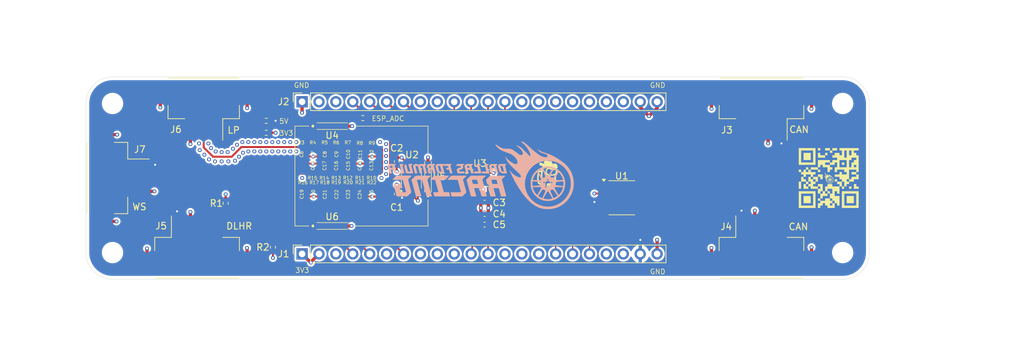
<source format=kicad_pcb>
(kicad_pcb (version 20240108) (generator "pcbnew") (generator_version "8.0")
  (title_block (title "SSS PCB") (date "2024-10-24") (rev "1.0") (company "Dallas Formula Racing") (comment 1 "By: Will Everson"))
  (layers (0 "F.Cu" signal) (1 "In1.Cu" signal) (2 "In2.Cu" signal) (31 "B.Cu" power) (34 "B.Paste" user) (35 "F.Paste" user) (36 "B.SilkS" user "B.Silkscreen") (37 "F.SilkS" user "F.Silkscreen") (38 "B.Mask" user) (39 "F.Mask" user) (44 "Edge.Cuts" user))
  (net 0 "")
  (net 1 "GND")
  (net 2 "CAN_TX")
  (net 4 "Net-(C6-Pad2)")
  (net 6 "+5V")
  (net 9 "CAN_S")
  (net 11 "+3.3V")
  (net 16 "CAN_RX")
  (net 18 "I2C_SDA")
  (net 19 "I2C_SCL")
  (net 20 "A_MISO")
  (net 21 "A_CS")
  (net 22 "IMU_SCL")
  (net 27 "IMU_INT2")
  (net 29 "CAN+")
  (net 30 "CAN-")
  (net 32 "IMU_INT1")
  (net 33 "IMU_MISO")
  (net 34 "IMU_CS")
  (net 35 "IMU_MOSI")
  (net 44 "Net-(C7-Pad2)")
  (net 45 "Net-(C8-Pad2)")
  (net 46 "Net-(C9-Pad2)")
  (net 47 "Net-(C10-Pad2)")
  (net 48 "Net-(C11-Pad2)")
  (net 49 "Net-(C12-Pad2)")
  (net 50 "Net-(C13-Pad2)")
  (net 51 "Net-(C14-Pad2)")
  (net 52 "Net-(C15-Pad2)")
  (net 53 "Net-(C16-Pad2)")
  (net 54 "Net-(C17-Pad2)")
  (net 55 "Net-(C18-Pad2)")
  (net 56 "Net-(C19-Pad2)")
  (net 57 "Net-(C20-Pad2)")
  (net 58 "Net-(C21-Pad2)")
  (net 59 "Net-(C22-Pad2)")
  (net 60 "Net-(C23-Pad2)")
  (net 61 "Net-(C24-Pad2)")
  (net 62 "AA_out")
  (net 63 "/WS_IN")
  (net 64 "A_In")
  (net 65 "unconnected-(J2-Pin_8-Pad8)")
  (net 66 "Net-(J2-Pin_4)")
  (net 67 "IMU_SCK")
  (net 68 "A_SCK")
  (net 69 "Net-(J6-Pin_1)")
  (footprint "Capacitor_SMD:C_0201_0603Metric" (layer "F.Cu") (at 72.325 62.445 90)
    (property "Reference" "C20")
    (property "Value" "10nF")
  )
  (footprint "Capacitor_SMD:C_0201_0603Metric" (layer "F.Cu") (at 78.48 61.265 180)
    (property "Reference" "R21")
    (property "Value" "1k")
  )
  (footprint "Resistor_SMD:R_0402_1005Metric_Pad0.72x0.64mm_HandSolder" (layer "F.Cu") (at 58.3 63.8 -90)
    (property "Reference" "R1")
    (property "Value" "10k")
  )
  (footprint "Capacitor_SMD:C_0201_0603Metric" (layer "F.Cu") (at 72.3 58.145 -90)
    (property "Reference" "C17")
    (property "Value" "10nF")
  )
  (footprint "LOGO" (layer "F.Cu") (at 106.8 58.1)
    (property "Reference" "G***" (hide yes))
    (property "Value" "LOGO" (hide yes))
  )
  (footprint "Capacitor_SMD:C_0201_0603Metric" (layer "F.Cu") (at 80.195 59.365)
    (property "Reference" "R10")
    (property "Value" "1k")
  )
  (footprint "LOGO" (layer "F.Cu") (at 106.6 59.9)
    (property "Reference" "G***" (hide yes))
    (property "Value" "LOGO" (hide yes))
  )
  (footprint "Capacitor_SMD:C_0201_0603Metric" (layer "F.Cu") (at 70.55 58.145 -90)
    (property "Reference" "C18")
    (property "Value" "10nF")
  )
  (footprint "Capacitor_SMD:C_0201_0603Metric" (layer "F.Cu") (at 78.45 55.365 180)
    (property "Reference" "R8")
    (property "Value" "1k")
  )
  (footprint "Resistor_SMD:R_0402_1005Metric_Pad0.72x0.64mm_HandSolder" (layer "F.Cu") (at 64.4 51.4 180)
    (property "Reference" "R24" (hide yes))
    (property "Value" "0")
  )
  (footprint "Connector_Hirose:Hirose_DF3EA-04P-2H_1x04-1MP_P2.00mm_Horizontal" (layer "F.Cu") (at 138.8 70.075)
    (property "Reference" "J4")
    (property "Value" "I2C")
  )
  (footprint "MountingHole:MountingHole_2.7mm_M2.5" (layer "F.Cu") (at 41.3 71.2)
    (property "Reference" "H2" (hide yes))
    (property "Value" "MountingHole")
  )
  (footprint "Capacitor_SMD:C_0402_1005Metric_Pad0.74x0.62mm_HandSolder" (layer "F.Cu") (at 97.2 65.4)
    (property "Reference" "C4")
    (property "Value" "0.1μF")
  )
  (footprint "Capacitor_SMD:C_0201_0603Metric" (layer "F.Cu") (at 74.05 62.465 90)
    (property "Reference" "C21")
    (property "Value" "10nF")
  )
  (footprint "Capacitor_SMD:C_0201_0603Metric" (layer "F.Cu") (at 75.8 56.445 90)
    (property "Reference" "C9")
    (property "Value" "10nF")
  )
  (footprint "Capacitor_SMD:C_0201_0603Metric" (layer "F.Cu") (at 77.55 62.465 90)
    (property "Reference" "C23")
    (property "Value" "10nF")
  )
  (footprint "Capacitor_SMD:C_0201_0603Metric" (layer "F.Cu") (at 79.35 56.465 90)
    (property "Reference" "C11")
    (property "Value" "10nF")
  )
  (footprint "Capacitor_SMD:C_0201_0603Metric" (layer "F.Cu") (at 75.845 58.165 -90)
    (property "Reference" "C15")
    (property "Value" "10nF")
  )
  (footprint "Capacitor_SMD:C_0201_0603Metric" (layer "F.Cu") (at 76.65 55.345 180)
    (property "Reference" "R7")
    (property "Value" "1k")
  )
  (footprint "Capacitor_SMD:C_0201_0603Metric" (layer "F.Cu") (at 77.55 56.445 90)
    (property "Reference" "C10")
    (property "Value" "10nF")
  )
  (footprint "Package_SO:SOIC-8_3.9x4.9mm_P1.27mm" (layer "F.Cu") (at 117.81 62.965)
    (property "Reference" "U1")
    (property "Value" "TJA1051T")
  )
  (footprint "Capacitor_SMD:C_0201_0603Metric" (layer "F.Cu") (at 74.9 55.345 180)
    (property "Reference" "R6")
    (property "Value" "1k")
  )
  (footprint "S1001-46R:S100146R" (layer "F.Cu") (at 74.3 52.2)
    (property "Reference" "U4")
    (property "Value" "S1001-46R" (hide yes))
  )
  (footprint "Capacitor_SMD:C_0201_0603Metric" (layer "F.Cu") (at 74.05 56.445 90)
    (property "Reference" "C8")
    (property "Value" "10nF")
  )
  (footprint "Capacitor_SMD:C_0201_0603Metric" (layer "F.Cu") (at 70.55 56.445 90)
    (property "Reference" "C6")
    (property "Value" "10nF")
  )
  (footprint "Capacitor_SMD:C_0201_0603Metric" (layer "F.Cu") (at 74.05 58.145 -90)
    (property "Reference" "C16")
    (property "Value" "10nF")
  )
  (footprint "Capacitor_SMD:C_0201_0603Metric" (layer "F.Cu") (at 79.345 58.175 -90)
    (property "Reference" "C13")
    (property "Value" "10nF")
  )
  (footprint "S1001-46R:S100146R" (layer "F.Cu") (at 74.3 67.2)
    (property "Reference" "U6")
    (property "Value" "S1001-46R" (hide yes))
  )
  (footprint "Resistor_SMD:R_0402_1005Metric_Pad0.72x0.64mm_HandSolder" (layer "F.Cu") (at 64.4 53.2 180)
    (property "Reference" "R23" (hide yes))
    (property "Value" "0")
  )
  (footprint "Capacitor_SMD:C_0201_0603Metric" (layer "F.Cu") (at 74.905 61.265 180)
    (property "Reference" "R19")
    (property "Value" "1k")
  )
  (footprint "Capacitor_SMD:C_0201_0603Metric" (layer "F.Cu") (at 73.15 59.345)
    (property "Reference" "R14")
    (property "Value" "1k")
  )
  (footprint "Connector_Hirose:Hirose_DF3EA-04P-2H_1x04-1MP_P2.00mm_Horizontal" (layer "F.Cu") (at 138.8 49.925 180)
    (property "Reference" "J3")
    (property "Value" "I2C")
  )
  (footprint "Capacitor_SMD:C_0201_0603Metric" (layer "F.Cu") (at 76.705 61.265 180)
    (property "Reference" "R20")
    (property "Value" "1k")
  )
  (footprint "ADS8320EB_250:DGK0008A_L" (layer "F.Cu") (at 86.2 60 90)
    (property "Reference" "U2" (hide yes))
    (property "Value" "ADS8320EB_250")
  )
  (footprint "Capacitor_SMD:C_0402_1005Metric_Pad0.74x0.62mm_HandSolder" (layer "F.Cu") (at 84 62.4 90)
    (property "Reference" "C1")
    (property "Value" "10μF")
  )
  (footprint "Capacitor_SMD:C_0201_0603Metric" (layer "F.Cu") (at 80.25 61.265 180)
    (property "Reference" "R22")
    (property "Value" "1k")
  )
  (footprint "Capacitor_SMD:C_0201_0603Metric" (layer "F.Cu") (at 80.25 55.365 180)
    (property "Reference" "R9")
    (property "Value" "1k")
  )
  (footprint "Capacitor_SMD:C_0201_0603Metric" (layer "F.Cu") (at 79.3 62.475 90)
    (property "Reference" "C24")
    (property "Value" "10nF")
  )
  (footprint "Connector_Hirose:Hirose_DF3EA-04P-2H_1x04-1MP_P2.00mm_Horizontal" (layer "F.Cu") (at 54 70.075)
    (property "Reference" "J5")
    (property "Value" "I2C")
  )
  (footprint "Connector_Hirose:Hirose_DF3EA-03P-2H_1x03-1MP_P2.00mm_Horizontal" (layer "F.Cu") (at 42.425 60 -90)
    (property "Reference" "J7")
    (property "Value" "WS")
  )
  (footprint "MountingHole:MountingHole_2.7mm_M2.5" (layer "F.Cu") (at 41.3 48.8)
    (property "Reference" "H3" (hide yes))
    (property "Value" "MountingHole")
  )
  (footprint "Capacitor_SMD:C_0201_0603Metric" (layer "F.Cu") (at 74.95 59.345)
    (property "Reference" "R13")
    (property "Value" "1k")
  )
  (footprint "Capacitor_SMD:C_0201_0603Metric" (layer "F.Cu") (at 73.17 55.345 180)
    (property "Reference" "R5")
    (property "Value" "1k")
  )
  (footprint "Capacitor_SMD:C_0201_0603Metric" (layer "F.Cu") (at 72.3 56.445 90)
    (property "Reference" "C7")
    (property "Value" "10nF")
  )
  (footprint "Capacitor_SMD:C_0201_0603Metric" (layer "F.Cu") (at 69.85 61.325 180)
    (property "Reference" "R16")
    (property "Value" "1k")
  )
  (footprint "Resistor_SMD:R_0402_1005Metric_Pad0.72x0.64mm_HandSolder" (layer "F.Cu") (at 78.9 51 180)
    (property "Reference" "R27" (hide yes))
    (property "Value" "0")
  )
  (footprint "MountingHole:MountingHole_2.7mm_M2.5" (layer "F.Cu") (at 151 48.8)
    (property "Reference" "H4" (hide yes))
    (property "Value" "MountingHole")
  )
  (footprint "Capacitor_SMD:C_0201_0603Metric" (layer "F.Cu") (at 69.65 55.345 180)
    (property "Reference" "R3")
    (property "Value" "1k")
  )
  (footprint "Capacitor_SMD:C_0201_0603Metric" (layer "F.Cu") (at 75.8 62.465 90)
    (property "Reference" "C22")
    (property "Value" "10nF")
  )
  (footprint "Connector_PinSocket_2.54mm:PinSocket_1x22_P2.54mm_Vertical" (layer "F.Cu") (at 69.78 48.54 90)
    (property "Reference" "J2")
    (property "Value" "ESP32_Connector_1")
  )
  (footprint "Capacitor_SMD:C_0201_0603Metric" (layer "F.Cu") (at 71.4 59.345)
    (property "Reference" "R15")
    (property "Value" "1k")
  )
  (footprint "MountingHole:MountingHole_2.7mm_M2.5" (layer "F.Cu") (at 151 71.2)
    (property "Reference" "H1" (hide yes))
    (property "Value" "MountingHole")
  )
  (footprint "Capacitor_SMD:C_0201_0603Metric" (layer "F.Cu") (at 70.575 62.445 90)
    (property "Reference" "C19")
    (property "Value" "10nF")
  )
  (footprint "Connector_PinSocket_2.54mm:PinSocket_1x22_P2.54mm_Vertical" (layer "F.Cu") (at 69.78 71.4 90)
    (property "Reference" "J1")
    (property "Value" "ESP32_Connector_0")
  )
  (footprint "Capacitor_SMD:C_0402_1005Metric_Pad0.74x0.62mm_HandSolder" (layer "F.Cu") (at 84 57.5 -90)
    (property "Reference" "C2")
    (property "Value" "1μF")
  )
  (footprint "Resistor_SMD:R_0402_1005Metric_Pad0.72x0.64mm_HandSolder" (layer "F.Cu") (at 65.4 70.4 90)
    (property "Reference" "R2")
    (property "Value" "10k")
  )
  (footprint "S1001-46R:S100146R" (layer "F.Cu") (at 88.7 59.8 90)
    (property "Reference" "U5")
    (property "Value" "S1001-46R" (hide yes))
  )
  (footprint "Capacitor_SMD:C_0201_0603Metric" (layer "F.Cu") (at 81.05 62.475 90)
    (property "Reference" "C25")
    (property "Value" "10nF")
  )
  (footprint "Capacitor_SMD:C_0201_0603Metric" (layer "F.Cu") (at 76.645 59.365)
    (property "Reference" "R12")
    (property "Value" "1k")
  )
  (footprint "Capacitor_SMD:C_0201_0603Metric" (layer "F.Cu") (at 78.445 59.365)
    (property "Reference" "R11")
    (property "Value" "1k")
  )
  (footprint "Capacitor_SMD:C_0402_1005Metric_Pad0.74x0.62mm_HandSolder" (layer "F.Cu") (at 97.2 67 180)
    (property "Reference" "C5")
    (property "Value" "0.1μF")
  )
  (footprint "Capacitor_SMD:C_0201_0603Metric" (layer "F.Cu") (at 71.4 55.345 180)
    (property "Reference" "R4")
    (property "Value" "1k")
  )
  (footprint "DFR:DFR" (layer "F.Cu") (at 75.965 58.15 90)
    (property "Reference" "REF**" (hide yes))
    (property "Value" "DFR" (hide yes))
  )
  (footprint "LOGO" (layer "F.Cu") (at 148.9 60 90)
    (property "Reference" "G***" (hide yes))
    (property "Value" "LOGO" (hide yes))
  )
  (footprint "Capacitor_SMD:C_0201_0603Metric" (layer "F.Cu") (at 81.1 56.465 90)
    (property "Reference" "C12")
    (property "Value" "10nF")
  )
  (footprint "Capacitor_SMD:C_0201_0603Metric" (layer "F.Cu") (at 77.595 58.175 -90)
    (property "Reference" "C14")
    (property "Value" "10nF")
  )
  (footprint "Capacitor_SMD:C_0201_0603Metric" (layer "F.Cu") (at 71.55 61.325 180)
    (property "Reference" "R17")
    (property "Value" "1k")
  )
  (footprint "Connector_Hirose:Hirose_DF3EA-03P-2H_1x03-1MP_P2.00mm_Horizontal" (layer "F.Cu") (at 55 49.925 180)
    (property "Reference" "J6")
    (property "Value" "ADC")
  )
  (footprint "ICM-42688-P:PQFN50P300X250X97-14N" (layer "F.Cu") (at 96.5 60)
    (property "Reference" "U3" (hide yes))
    (property "Value" "ICM-42688-P")
  )
  (footprint "Capacitor_SMD:C_0201_0603Metric" (layer "F.Cu") (at 73.2 61.265 180)
    (property "Reference" "R18")
    (property "Value" "1k")
  )
  (footprint "Capacitor_SMD:C_0402_1005Metric_Pad0.74x0.62mm_HandSolder" (layer "F.Cu") (at 97.2 63.7)
    (property "Reference" "C3")
    (property "Value" "2.2μF")
  )
  (footprint "LOGO" (layer "B.Cu") (at 96.602794 60.076704 180)
    (property "Reference" "G***" (hide yes))
    (property "Value" "LOGO" (hide yes))
  )
  (gr_line (start 88.7 67.2) (end 88.7 63.3) (stroke (width 0.1)) (layer "F.SilkS"))
  (gr_line (start 76.6 51.7) (end 72 51.7) (stroke (width 0.1)) (layer "F.SilkS"))
  (gr_line (start 68.7 52.2) (end 70.8 52.2) (stroke (width 0.1)) (layer "F.SilkS"))
  (gr_line (start 72 52.7) (end 76.6 52.7) (stroke (width 0.1)) (layer "F.SilkS"))
  (gr_line (start 88.2 57.5) (end 88.2 62.1) (stroke (width 0.1)) (layer "F.SilkS"))
  (gr_line (start 77.9 67.2) (end 88.7 67.2) (stroke (width 0.1)) (layer "F.SilkS"))
  (gr_line (start 88.7 52.2) (end 88.7 56.2) (stroke (width 0.1)) (layer "F.SilkS"))
  (gr_line (start 68.7 67.2) (end 70.8 67.2) (stroke (width 0.1)) (layer "F.SilkS"))
  (gr_line (start 89.2 62.1) (end 89.2 57.5) (stroke (width 0.1)) (layer "F.SilkS"))
  (gr_line (start 68.7 52.2) (end 68.7 67.2) (stroke (width 0.1)) (layer "F.SilkS"))
  (gr_line (start 88.7 52.2) (end 78 52.2) (stroke (width 0.1)) (layer "F.SilkS"))
  (gr_circle (center 84.6 62) (end 84.6 61.95) (stroke (width 0.2)) (fill none) (layer "F.SilkS"))
  (gr_line (start 76.6 66.7) (end 72 66.7) (stroke (width 0.1)) (layer "F.SilkS"))
  (gr_line (start 72 67.7) (end 76.6 67.7) (stroke (width 0.1)) (layer "F.SilkS"))
  (gr_arc (start 151 44.8) (mid 153.828427 45.971573) (end 155 48.8) (stroke (width 0.05)) (layer "Edge.Cuts"))
  (gr_line (start 155 48.8) (end 155 71.2) (stroke (width 0.05)) (layer "Edge.Cuts"))
  (gr_arc (start 41.3 75.2) (mid 38.471573 74.028427) (end 37.3 71.2) (stroke (width 0.05)) (layer "Edge.Cuts"))
  (gr_arc (start 155 71.2) (mid 153.828427 74.028427) (end 151 75.2) (stroke (width 0.05)) (layer "Edge.Cuts"))
  (gr_line (start 41.3 44.8) (end 151 44.8) (stroke (width 0.05)) (layer "Edge.Cuts"))
  (gr_line (start 37.3 71.2) (end 37.3 48.8) (stroke (width 0.05)) (layer "Edge.Cuts"))
  (gr_arc (start 37.3 48.8) (mid 38.471573 45.971573) (end 41.3 44.8) (stroke (width 0.05)) (layer "Edge.Cuts"))
  (gr_line (start 151 75.2) (end 41.3 75.2) (stroke (width 0.05)) (layer "Edge.Cuts"))
  (gr_text "U3" (at 96.5 57.8 0) (layer "F.SilkS") (effects (font (size 1 1))))
  (gr_text "LP" (at 58.5 53.4 0) (layer "F.SilkS") (effects (font (size 1 1)) (justify left bottom)))
  (gr_text "WS" (at 44.2 64.9 0) (layer "F.SilkS") (effects (font (size 1 1)) (justify left bottom)))
  (gr_text "CAN" (at 142.9 53.3 0) (layer "F.SilkS") (effects (font (size 1 1)) (justify left bottom)))
  (gr_text "5V" (at 66.3 51.9 0) (layer "F.SilkS") (effects (font (size 0.75 0.75) (thickness 0.1)) (justify left bottom)))
  (gr_text "ESP_ADC" (at 80.2 51.5 0) (layer "F.SilkS") (effects (font (size 0.75 0.75) (thickness 0.1)) (justify left bottom)))
  (gr_text "GND" (at 122 46.5 0) (layer "F.SilkS") (effects (font (size 0.75 0.75) (thickness 0.1)) (justify left bottom)))
  (gr_text "GND" (at 68.5 46.5 0) (layer "F.SilkS") (effects (font (size 0.75 0.75) (thickness 0.1)) (justify left bottom)))
  (gr_text "3V3" (at 66.3 53.7 0) (layer "F.SilkS") (effects (font (size 0.75 0.75) (thickness 0.1)) (justify left bottom)))
  (gr_text "DLHR" (at 58.3 67.8 0) (layer "F.SilkS") (effects (font (size 1 1)) (justify left bottom)))
  (gr_text "3V3" (at 68.7 74.3 0) (layer "F.SilkS") (effects (font (size 0.75 0.75) (thickness 0.1)) (justify left bottom)))
  (gr_text "GND" (at 122 74.5 0) (layer "F.SilkS") (effects (font (size 0.75 0.75) (thickness 0.1)) (justify left bottom)))
  (gr_text "CAN" (at 142.8 67.9 0) (layer "F.SilkS") (effects (font (size 1 1)) (justify left bottom)))
  (segment (start 71.45 56.765) (end 70.55 56.765) (width 0.3) (layer "F.Cu") (net 1))
  (segment (start 72.7 67.2) (end 77.2 67.2) (width 0.5) (layer "F.Cu") (net 1))
  (segment (start 69.78 48.54) (end 69.78 50.18) (width 0.5) (layer "F.Cu") (net 1))
  (segment (start 86.524998 62.749999) (end 87.174999 63.4) (width 0.3) (layer "F.Cu") (net 1))
  (segment (start 71.4 57.825) (end 70.55 57.825) (width 0.3) (layer "F.Cu") (net 1))
  (segment (start 96.985 61.4) (end 97 61.4) (width 0.25) (layer "F.Cu") (net 1))
  (segment (start 74.05 62.785) (end 75.8 62.785) (width 0.3) (layer "F.Cu") (net 1))
  (segment (start 96.5 60.915) (end 96.985 61.4) (width 0.25) (layer "F.Cu") (net 1))
  (segment (start 97.665 59.25) (end 98.55 59.25) (width 0.25) (layer "F.Cu") (net 1))
  (segment (start 45.275 62) (end 47.6 62) (width 0.5) (layer "F.Cu") (net 1))
  (segment (start 96.6325 63.7) (end 96.6325 64.5) (width 0.5) (layer "F.Cu") (net 1))
  (segment (start 79.315 57.825) (end 79.345 57.855) (width 0.3) (layer "F.Cu") (net 1))
  (segment (start 139.8 52.575) (end 139.8 54.8) (width 0.5) (layer "F.Cu") (net 1))
  (segment (start 137.8 67.225) (end 137.8 64.9) (width 0.5) (layer "F.Cu") (net 1))
  (segment (start 46.48 72.825) (end 46.48 70.58) (width 0.5) (layer "F.Cu") (net 1))
  (segment (start 77.55 56.765) (end 81.08 56.765) (width 0.3) (layer "F.Cu") (net 1))
  (segment (start 84 61.8325) (end 84 61) (width 0.3) (layer "F.Cu") (net 1))
  (segment (start 72.7 52.2) (end 77.3 52.2) (width 0.5) (layer "F.Cu") (net 1))
  (segment (start 123.12 49.48) (end 121.9 50.7) (width 0.5) (layer "F.Cu") (net 1))
  (segment (start 61.52 47.075) (end 61.52 49.5) (width 0.5) (layer "F.Cu") (net 1))
  (segment (start 72.325 62.765) (end 74.03 62.765) (width 0.3) (layer "F.Cu") (net 1))
  (segment (start 74.05 57.825) (end 79.315 57.825) (width 0.3) (layer "F.Cu") (net 1))
  (segment (start 96.6325 64.5) (end 96.6325 65.4) (width 0.5) (layer "F.Cu") (net 1))
  (segment (start 75.8 56.765) (end 77.55 56.765) (width 0.3) (layer "F.Cu") (net 1))
  (segment (start 88.7 61.4) (end 88.7 56.9) (width 0.5) (layer "F.Cu") (net 1))
  (segment (start 81.08 56.765) (end 81.1 56.785) (width 0.3) (layer "F.Cu") (net 1))
  (segment (start 131.28 46.975) (end 131.28 49.58) (width 0.5) (layer "F.Cu") (net 1))
  (segment (start 74.03 62.765) (end 74.05 62.785) (width 0.3) (layer "F.Cu") (net 1))
  (segment (start 70.575 62.765) (end 72.325 62.765) (width 0.3) (layer "F.Cu") (net 1))
  (segment (start 97 60.915) (end 97 61.4) (width 0.25) (layer "F.Cu") (net 1))
  (segment (start 75.8 62.785) (end 80.3 62.785) (width 0.3) (layer "F.Cu") (net 1))
  (segment (start 123.12 48.54) (end 123.12 49.48) (width 0.5) (layer "F.Cu") (net 1))
  (segment (start 87.174999 62.049998) (end 87.174999 63.4) (width 0.3) (layer "F.Cu") (net 1))
  (segment (start 131.28 72.825) (end 131.28 70.5) (width 0.5) (layer "F.Cu") (net 1))
  (segment (start 71.45 56.765) (end 75.8 56.765) (width 0.3) (layer "F.Cu") (net 1))
  (segment (start 84 59) (end 84 58.0675) (width 0.3) (layer "F.Cu") (net 1))
  (segment (start 39.675 53.48) (end 42 53.48) (width 0.5) (layer "F.Cu") (net 1))
  (segment (start 97 61.4) (end 97 61.7) (width 0.25) (layer "F.Cu") (net 1))
  (segment (start 48.48 47.075) (end 48.48 49.4) (width 0.5) (layer "F.Cu") (net 1))
  (segment (start 61.52 72.825) (end 61.52 70.52) (width 0.5) (layer "F.Cu") (net 1))
  (segment (start 80.3 62.785) (end 81.04 62.785) (width 0.3) (layer "F.Cu") (net 1))
  (segment (start 53 52.775) (end 53 54.9) (width 0.5) (layer "F.Cu") (net 1))
  (segment (start 39.675 66.52) (end 41.9 66.52) (width 0.5) (layer "F.Cu") (net 1))
  (segment (start 123.12 71.4) (end 123.12 69.28) (width 0.5) (layer "F.Cu") (net 1))
  (segment (start 86.524998 62.049998) (end 86.524998 62.749999) (width 0.3) (layer "F.Cu") (net 1))
  (segment (start 146.32 46.975) (end 146.32 49.58) (width 0.5) (layer "F.Cu") (net 1))
  (segment (start 96.6325 65.4) (end 96.6325 67) (width 0.5) (layer "F.Cu") (net 1))
  (segment (start 115.335 62.33) (end 113.7 62.33) (width 0.3) (layer "F.Cu") (net 1))
  (segment (start 120.58 49.38) (end 121.9 50.7) (width 0.5) (layer "F.Cu") (net 1))
  (segment (start 74.05 57.825) (end 71.4 57.825) (width 0.3) (layer "F.Cu") (net 1))
  (segment (start 146.32 72.825) (end 146.32 70.4) (width 0.5) (layer "F.Cu") (net 1))
  (segment (start 146.32 49.58) (end 146.3 49.6) (width 0.5) (layer "F.Cu") (net 1))
  (segment (start 53 67.225) (end 53 65.1) (width 0.5) (layer "F.Cu") (net 1))
  (segment (start 81.04 62.785) (end 81.05 62.795) (width 0.3) (layer "F.Cu") (net 1))
  (segment (start 120.58 48.54) (end 120.58 49.38) (width 0.5) (layer "F.Cu") (net 1))
  (segment (start 61.52 70.52) (end 61.5 70.5) (width 0.5) (layer "F.Cu") (net 1))
  (segment (start 131.28 49.58) (end 131.3 49.6) (width 0.5) (layer "F.Cu") (net 1))
  (via (at 60.9 56.2) (size 0.6) (drill 0.3) (layers "F.Cu" "B.Cu") (net 1))
  (via (at 68 56) (size 0.6) (drill 0.3) (layers "F.Cu" "B.Cu") (net 1))
  (via (at 87.174999 63.4) (size 0.6) (drill 0.3) (layers "F.Cu" "B.Cu") (net 1))
  (via (at 113.7 62.33) (size 0.6) (drill 0.3) (layers "F.Cu" "B.Cu") (net 1))
  (via (at 62.6 56) (size 0.6) (drill 0.3) (layers "F.Cu" "B.Cu") (net 1))
  (via (at 60 55) (size 0.6) (drill 0.3) (layers "F.Cu" "B.Cu") (net 1))
  (via (at 82.4 58.5) (size 0.6) (drill 0.3) (layers "F.Cu" "B.Cu") (net 1))
  (via (at 121.9 50.7) (size 0.6) (drill 0.3) (layers "F.Cu" "B.Cu") (net 1))
  (via (at 82.4 55.8) (size 0.6) (drill 0.3) (layers "F.Cu" "B.Cu") (net 1))
  (via (at 68 54.6) (size 0.6) (drill 0.3) (layers "F.Cu" "B.Cu") (net 1))
  (via (at 55.7 54.8) (size 0.6) (drill 0.3) (layers "F.Cu" "B.Cu") (net 1))
  (via (at 82.4 59.4) (size 0.6) (drill 0.3) (layers "F.Cu" "B.Cu") (net 1))
  (via (at 84 59) (size 0.6) (drill 0.3) (layers "F.Cu" "B.Cu") (net 1))
  (via (at 57.7 56.1) (size 0.6) (drill 0.3) (layers "F.Cu" "B.Cu") (net 1))
  (via (at 71.4 57.825) (size 0.6) (drill 0.3) (layers "F.Cu" "B.Cu") (net 1))
  (via (at 66.2 56) (size 0.6) (drill 0.3) (layers "F.Cu" "B.Cu") (net 1))
  (via (at 46.48 70.58) (size 0.6) (drill 0.3) (layers "F.Cu" "B.Cu") (net 1))
  (via (at 48.48 49.4) (size 0.6) (drill 0.3) (layers "F.Cu" "B.Cu") (net 1))
  (via (at 61.5 70.5) (size 0.6) (drill 0.3) (layers "F.Cu" "B.Cu") (net 1))
  (via (at 60.3 56.8) (size 0.6) (drill 0.3) (layers "F.Cu" "B.Cu") (net 1))
  (via (at 80.3 62.785) (size 0.6) (drill 0.3) (layers "F.Cu" "B.Cu") (net 1))
  (via (at 66.2 54.6) (size 0.6) (drill 0.3) (layers "F.Cu" "B.Cu") (net 1))
  (via (at 53 54.9) (size 0.6) (drill 0.3) (layers "F.Cu" "B.Cu") (net 1))
  (via (at 80.3 56.8) (size 0.6) (drill 0.3) (layers "F.Cu" "B.Cu") (net 1))
  (via (at 88.7 56.9) (size 0.6) (drill 0.3) (layers "F.Cu" "B.Cu") (net 1))
  (via (at 131.28 70.5) (size 0.6) (drill 0.3) (layers "F.Cu" "B.Cu") (net 1))
  (via (at 56.7 57.5) (size 0.6) (drill 0.3) (layers "F.Cu" "B.Cu") (net 1))
  (via (at 54.4 55.8) (size 0.6) (drill 0.3) (layers "F.Cu" "B.Cu") (net 1))
  (via (at 71.5 62.8) (size 0.6) (drill 0.3) (layers "F.Cu" "B.Cu") (net 1))
  (via (at 71.45 56.765) (size 0.6) (drill 0.3) (layers "F.Cu" "B.Cu") (net 1))
  (via (at 63.5 56) (size 0.6) (drill 0.3) (layers "F.Cu" "B.Cu") (net 1))
  (via (at 82.4 56.7) (size 0.6) (drill 0.3) (layers "F.Cu" "B.Cu") (net 1))
  (via (at 47.6 62) (size 0.6) (drill 0.3) (layers "F.Cu" "B.Cu") (net 1))
  (via (at 96.6325 64.5) (size 0.6) (drill 0.3) (layers "F.Cu" "B.Cu") (net 1))
  (via (at 68.9 54.6) (size 0.6) (drill 0.3) (layers "F.Cu" "B.Cu") (net 1))
  (via (at 67.1 56) (size 0.6) (drill 0.3) (layers "F.Cu" "B.Cu") (net 1))
  (via (at 57.7 57.5) (size 0.6) (drill 0.3) (layers "F.Cu" "B.Cu") (net 1))
  (via (at 62.6 54.6) (size 0.6) (drill 0.3) (layers "F.Cu" "B.Cu") (net 1))
  (via (at 82.4 57.6) (size 0.6) (drill 0.3) (layers "F.Cu" "B.Cu") (net 1))
  (via (at 54.3 54.8) (size 0.6) (drill 0.3) (layers "F.Cu" "B.Cu") (net 1))
  (via (at 64.4 56) (size 0.6) (drill 0.3) (layers "F.Cu" "B.Cu") (net 1))
  (via (at 65.3 54.6) (size 0.6) (drill 0.3) (layers "F.Cu" "B.Cu") (net 1))
  (via (at 61.7 56) (size 0.6) (drill 0.3) (layers "F.Cu" "B.Cu") (net 1))
  (via (at 65.3 56) (size 0.6) (drill 0.3) (layers "F.Cu" "B.Cu") (net 1))
  (via (at 58.6 56.1) (size 0.6) (drill 0.3) (layers "F.Cu" "B.Cu") (net 1))
  (via (at 56.1 55.5) (size 0.6) (drill 0.3) (layers "F.Cu" "B.Cu") (net 1))
  (via (at 69.78 50.18) (size 0.6) (drill 0.3) (layers "F.Cu" "B.Cu") (net 1))
  (via (at 139.8 54.8) (size 0.6) (drill 0.3) (layers "F.Cu" "B.Cu") (net 1))
  (via (at 63.5 54.6) (size 0.6) (drill 0.3) (layers "F.Cu" "B.Cu") (net 1))
  (via (at 77.3 52.2) (size 0.6) (drill 0.3) (layers "F.Cu" "B.Cu") (net 1))
  (via (at 56.8 56) (size 0.6) (drill 0.3) (layers "F.Cu" "B.Cu") (net 1))
  (via (at 81.7 60) (size 0.6) (drill 0.3) (layers "F.Cu" "B.Cu") (net 1))
  (via (at 53 65.1) (size 0.6) (drill 0.3) (layers "F.Cu" "B.Cu") (net 1))
  (via (at 67.1 54.6) (size 0.6) (drill 0.3) (layers "F.Cu" "B.Cu") (net 1))
  (via (at 41.9 66.52) (size 0.6) (drill 0.3) (layers "F.Cu" "B.Cu") (net 1))
  (via (at 55.8 57.2) (size 0.6) (drill 0.3) (layers "F.Cu" "B.Cu") (net 1))
  (via (at 146.32 70.4) (size 0.6) (drill 0.3) (layers "F.Cu" "B.Cu") (net 1))
  (via (at 146.3 49.6) (size 0.6) (drill 0.3) (layers "F.Cu" "B.Cu") (net 1))
  (via (at 82.4 54.9) (size 0.6) (drill 0.3) (layers "F.Cu" "B.Cu") (net 1))
  (via (at 97 61.7) (size 0.6) (drill 0.3) (layers "F.Cu" "B.Cu") (net 1))
  (via (at 69.8 60) (size 0.6) (drill 0.3) (layers "F.Cu" "B.Cu") (net 1))
  (via (at 98.55 59.25) (size 0.6) (drill 0.3) (layers "F.Cu" "B.Cu") (net 1))
  (via (at 131.3 49.6) (size 0.6) (drill 0.3) (layers "F.Cu" "B.Cu") (net 1))
  (via (at 81.5 54.6) (size 0.6) (drill 0.3) (layers "F.Cu" "B.Cu") (net 1))
  (via (at 137.8 64.9) (size 0.6) (drill 0.3) (layers "F.Cu" "B.Cu") (net 1))
  (via (at 61.52 49.5) (size 0.6) (drill 0.3) (layers "F.Cu" "B.Cu") (net 1))
  (via (at 42 53.48) (size 0.6) (drill 0.3) (layers "F.Cu" "B.Cu") (net 1))
  (via (at 61.7 54.6) (size 0.6) (drill 0.3) (layers "F.Cu" "B.Cu") (net 1))
  (via (at 59.7 57.4) (size 0.6) (drill 0.3) (layers "F.Cu" "B.Cu") (net 1))
  (via (at 59.4 55.6) (size 0.6) (drill 0.3) (layers "F.Cu" "B.Cu") (net 1))
  (via (at 78.5 57.8) (size 0.6) (drill 0.3) (layers "F.Cu" "B.Cu") (net 1))
  (via (at 123.12 69.28) (size 0.6) (drill 0.3) (layers "F.Cu" "B.Cu") (net 1))
  (via (at 84 61) (size 0.6) (drill 0.3) (layers "F.Cu" "B.Cu") (net 1))
  (via (at 77.2 67.2) (size 0.6) (drill 0.3) (layers "F.Cu" "B.Cu") (net 1))
  (via (at 64.4 54.6) (size 0.6) (drill 0.3) (layers "F.Cu" "B.Cu") (net 1))
  (via (at 68.9 56) (size 0.6) (drill 0.3) (layers "F.Cu" "B.Cu") (net 1))
  (via (at 58.7 57.5) (size 0.6) (drill 0.3) (layers "F.Cu" "B.Cu") (net 1))
  (via (at 60.8 54.6) (size 0.6) (drill 0.3) (layers "F.Cu" "B.Cu") (net 1))
  (via (at 55.1 56.5) (size 0.6) (drill 0.3) (layers "F.Cu" "B.Cu") (net 1))
  (segment (start 110.42 64.24) (end 110.42 71.4) (width 0.2) (layer "F.Cu") (net 2))
  (segment (start 113.6 61.06) (end 110.42 64.24) (width 0.2) (layer "F.Cu") (net 2))
  (segment (start 115.335 61.06) (end 113.6 61.06) (width 0.2) (layer "F.Cu") (net 2))
  (segment (start 71.08 55.345) (end 70.83 55.345) (width 0.3) (layer "F.Cu") (net 4))
  (segment (start 70.83 55.345) (end 70.55 55.625) (width 0.3) (layer "F.Cu") (net 4))
  (segment (start 70.55 55.625) (end 70.55 56.125) (width 0.3) (layer "F.Cu") (net 4))
  (segment (start 69.97 55.345) (end 71.08 55.345) (width 0.3) (layer "F.Cu") (net 4))
  (segment (start 135.8 64.9) (end 135.8 67.225) (width 0.5) (layer "F.Cu") (net 6))
  (segment (start 120.58 69.32) (end 120.58 71.4) (width 0.5) (layer "F.Cu") (net 6))
  (segment (start 141.8 54.8) (end 141.8 52.775) (width 0.5) (layer "F.Cu") (net 6))
  (segment (start 64.9975 51.4) (end 65.8 51.4) (width 0.3) (layer "F.Cu") (net 6))
  (segment (start 120.6 69.3) (end 120.58 69.32) (width 0.5) (layer "F.Cu") (net 6))
  (segment (start 85.224998 62.775002) (end 85.224998 62.049998) (width 0.3) (layer "F.Cu") (net 6))
  (segment (start 45.275 58) (end 47.7 58) (width 0.5) (layer "F.Cu") (net 6))
  (segment (start 84 62.9675) (end 85.0325 62.9675) (width 0.3) (layer "F.Cu") (net 6))
  (segment (start 115.335 63.6) (end 113.7 63.6) (width 0.5) (layer "F.Cu") (net 6))
  (segment (start 51 65) (end 51 67.225) (width 0.5) (layer "F.Cu") (net 6))
  (segment (start 85.0325 62.9675) (end 85.224998 62.775002) (width 0.3) (layer "F.Cu") (net 6))
  (via (at 65.8 51.4) (size 0.6) (drill 0.3) (layers "F.Cu" "B.Cu") (net 6))
  (via (at 113.7 63.6) (size 0.6) (drill 0.3) (layers "F.Cu" "B.Cu") (net 6))
  (via (at 135.8 64.9) (size 0.6) (drill 0.3) (layers "F.Cu" "B.Cu") (net 6))
  (via (at 141.8 54.8) (size 0.6) (drill 0.3) (layers "F.Cu" "B.Cu") (net 6))
  (via (at 120.6 69.3) (size 0.6) (drill 0.3) (layers "F.Cu" "B.Cu") (net 6))
  (via (at 51 65) (size 0.6) (drill 0.3) (layers "F.Cu" "B.Cu") (net 6))
  (via (at 84.8 62.9675) (size 0.6) (drill 0.3) (layers "F.Cu" "B.Cu") (net 6))
  (via (at 47.7 58) (size 0.6) (drill 0.3) (layers "F.Cu" "B.Cu") (net 6))
  (segment (start 118.965 59.74) (end 110.76 59.74) (width 0.2) (layer "F.Cu") (net 9))
  (segment (start 110.76 59.74) (end 107.88 62.62) (width 0.2) (layer "F.Cu") (net 9))
  (segment (start 107.88 62.62) (end 107.88 71.4) (width 0.2) (layer "F.Cu") (net 9))
  (segment (start 120.285 61.06) (end 118.965 59.74) (width 0.2) (layer "F.Cu") (net 9))
  (segment (start 96 61.583884) (end 97.7675 63.351384) (width 0.25) (layer "F.Cu") (net 11))
  (segment (start 97.7675 63.351384) (end 97.7675 63.7) (width 0.25) (layer "F.Cu") (net 11))
  (segment (start 96 60.915) (end 96 61.583884) (width 0.25) (layer "F.Cu") (net 11))
  (segment (start 71.08 72.7) (end 69.78 71.4) (width 0.5) (layer "F.Cu") (net 11))
  (segment (start 85.224998 57.949999) (end 85.224998 57.424998) (width 0.3) (layer "F.Cu") (net 11))
  (segment (start 97.7675 67) (end 97.7675 65.4) (width 0.5) (layer "F.Cu") (net 11))
  (segment (start 84.7325 56.9325) (end 84 56.9325) (width 0.3) (layer "F.Cu") (net 11))
  (segment (start 71.1 72.7) (end 71.08 72.7) (width 0.5) (layer "F.Cu") (net 11))
  (segment (start 64.9975 53.2) (end 65.8 53.2) (width 0.3) (layer "F.Cu") (net 11))
  (segment (start 65.4 72.00125) (end 65.4 70.99875) (width 0.3) (layer "F.Cu") (net 11))
  (segment (start 97.665 63.248884) (end 97.7675 63.351384) (width 0.25) (layer "F.Cu") (net 11))
  (segment (start 97.665 60.75) (end 97.665 63.248884) (width 0.25) (layer "F.Cu") (net 11))
  (segment (start 58.3 63.2025) (end 58.3 62.45) (width 0.3) (layer "F.Cu") (net 11))
  (segment (start 97.7675 64.5) (end 97.7675 63.7) (width 0.5) (layer "F.Cu") (net 11))
  (segment (start 85.224998 57.424998) (end 84.7325 56.9325) (width 0.3) (layer "F.Cu") (net 11))
  (segment (start 71.1 72.62) (end 72.32 71.4) (width 0.5) (layer "F.Cu") (net 11))
  (segment (start 71.1 72.7) (end 71.1 72.62) (width 0.5) (layer "F.Cu") (net 11))
  (segment (start 97.7675 65.4) (end 97.7675 64.5) (width 0.5) (layer "F.Cu") (net 11))
  (via (at 58.3 62.45) (size 0.6) (drill 0.3) (layers "F.Cu" "B.Cu") (net 11))
  (via (at 65.4 72.00125) (size 0.6) (drill 0.3) (layers "F.Cu" "B.Cu") (net 11))
  (via (at 84.7325 56.9325) (size 0.6) (drill 0.3) (layers "F.Cu" "B.Cu") (net 11))
  (via (at 65.8 53.2) (size 0.6) (drill 0.3) (layers "F.Cu" "B.Cu") (net 11))
  (via (at 71.1 72.7) (size 0.6) (drill 0.3) (layers "F.Cu" "B.Cu") (net 11))
  (via (at 97.7675 64.5) (size 0.6) (drill 0.3) (layers "F.Cu" "B.Cu") (net 11))
  (segment (start 112.96 67.245) (end 112.96 71.4) (width 0.2) (layer "F.Cu") (net 16))
  (segment (start 115.335 64.87) (end 112.96 67.245) (width 0.2) (layer "F.Cu") (net 16))
  (segment (start 75.5 69.5) (end 59.275 69.5) (width 0.3) (layer "F.Cu") (net 18))
  (segment (start 59.275 69.5) (end 57 67.225) (width 0.3) (layer "F.Cu") (net 18))
  (segment (start 77.4 71.4) (end 75.5 69.5) (width 0.3) (layer "F.Cu") (net 18))
  (segment (start 56.075 64.6) (end 55 65.675) (width 0.3) (layer "F.Cu") (net 19))
  (segment (start 77.04 68.5) (end 64.5 68.5) (width 0.3) (layer "F.Cu") (net 19))
  (segment (start 60.6 64.6) (end 56.075 64.6) (width 0.3) (layer "F.Cu") (net 19))
  (segment (start 79.94 71.4) (end 77.04 68.5) (width 0.3) (layer "F.Cu") (net 19))
  (segment (start 55 65.675) (end 55 67.225) (width 0.3) (layer "F.Cu") (net 19))
  (segment (start 64.5 68.5) (end 60.6 64.6) (width 0.3) (layer "F.Cu") (net 19))
  (segment (start 82.48 48.54) (end 86.524998 52.584998) (width 0.3) (layer "F.Cu") (net 20))
  (segment (start 86.524998 52.584998) (end 86.524998 57.949999) (width 0.3) (layer "F.Cu") (net 20))
  (segment (start 85.64 48.54) (end 85.02 48.54) (width 0.3) (layer "F.Cu") (net 21))
  (segment (start 87.174999 50.694999) (end 85.02 48.54) (width 0.3) (layer "F.Cu") (net 21))
  (segment (start 87.174999 57.949999) (end 87.174999 50.694999) (width 0.3) (layer "F.Cu") (net 21))
  (segment (start 97.72 54.08) (end 97.72 48.54) (width 0.25) (layer "F.Cu") (net 22))
  (segment (start 96.5 55.3) (end 97.72 54.08) (width 0.25) (layer "F.Cu") (net 22))
  (segment (start 96.5 59.085) (end 96.5 55.3) (width 0.25) (layer "F.Cu") (net 22))
  (segment (start 98.85 60.25) (end 99.2 60.6) (width 0.25) (layer "F.Cu") (net 27))
  (segment (start 99.2 60.6) (end 99.2 68.5) (width 0.25) (layer "F.Cu") (net 27))
  (segment (start 97.665 60.25) (end 98.85 60.25) (width 0.25) (layer "F.Cu") (net 27))
  (segment (start 99.2 68.5) (end 97.72 69.98) (width 0.25) (layer "F.Cu") (net 27))
  (segment (start 97.72 69.98) (end 97.72 71.4) (width 0.25) (layer "F.Cu") (net 27))
  (segment (start 141.025 61.4932) (end 141.025 64.124999) (width 0.2) (layer "F.Cu") (net 29))
  (segment (start 136.575 57.1068) (end 136.575 56.4) (width 0.2) (layer "F.Cu") (net 29))
  (segment (start 136.575 50.2068) (end 137.7068 49.075) (width 0.2) (layer "F.Cu") (net 29))
  (segment (start 141.8 64.899999) (end 141.8 67.225) (width 0.2) (layer "F.Cu") (net 29))
  (segment (start 130.9418 62.74) (end 136.575 57.1068) (width 0.2) (layer "F.Cu") (net 29))
  (segment (start 135.8 51.825) (end 136.575 51.05) (width 0.2) (layer "F.Cu") (net 29))
  (segment (start 135.8 52.775) (end 135.8 51.825) (width 0.2) (layer "F.Cu") (net 29))
  (segment (start 120.285 62.33) (end 121.747501 62.33) (width 0.2) (layer "F.Cu") (net 29))
  (segment (start 143.0932 49.075) (end 145.125 51.1068) (width 0.2) (layer "F.Cu") (net 29))
  (segment (start 122.157501 62.74) (end 130.9418 62.74) (width 0.2) (layer "F.Cu") (net 29))
  (segment (start 136.575 51.05) (end 136.575 50.2068) (width 0.2) (layer "F.Cu") (net 29))
  (segment (start 121.747501 62.33) (end 122.157501 62.74) (width 0.2) (layer "F.Cu") (net 29))
  (segment (start 137.7068 49.075) (end 143.0932 49.075) (width 0.2) (layer "F.Cu") (net 29))
  (segment (start 145.125 51.1068) (end 145.125 57.3932) (width 0.2) (layer "F.Cu") (net 29))
  (segment (start 141.025 64.124999) (end 141.8 64.899999) (width 0.2) (layer "F.Cu") (net 29))
  (segment (start 135.8 55.625) (end 135.8 54.675) (width 0.2) (layer "F.Cu") (net 29))
  (segment (start 145.125 57.3932) (end 141.025 61.4932) (width 0.2) (layer "F.Cu") (net 29))
  (segment (start 136.575 56.4) (end 135.8 55.625) (width 0.2) (layer "F.Cu") (net 29))
  (segment (start 135.8 53.725) (end 135.8 54.675) (width 0.2) (layer "F.Cu") (net 29))
  (segment (start 144.675 51.2932) (end 144.675 57.2068) (width 0.2) (layer "F.Cu") (net 30))
  (segment (start 139.8 64.899999) (end 139.8 67.225) (width 0.2) (layer "F.Cu") (net 30))
  (segment (start 137.8 55.625) (end 137.8 54.675) (width 0.2) (layer "F.Cu") (net 30))
  (segment (start 142.9068 49.525) (end 144.675 51.2932) (width 0.2) (layer "F.Cu") (net 30))
  (segment (start 137.8 52.775) (end 137.8 51.825) (width 0.2) (layer "F.Cu") (net 30))
  (segment (start 120.285 63.6) (end 121.747501 63.6) (width 0.2) (layer "F.Cu") (net 30))
  (segment (start 137.025 56.4) (end 137.8 55.625) (width 0.2) (layer "F.Cu") (net 30))
  (segment (start 137.025 50.3932) (end 137.8932 49.525) (width 0.2) (layer "F.Cu") (net 30))
  (segment (start 122.157501 63.19) (end 131.1282 63.19) (width 0.2) (layer "F.Cu") (net 30))
  (segment (start 137.025 51.05) (end 137.025 50.3932) (width 0.2) (layer "F.Cu") (net 30))
  (segment (start 144.675 57.2068) (end 140.575 61.3068) (width 0.2) (layer "F.Cu") (net 30))
  (segment (start 131.1282 63.19) (end 137.025 57.2932) (width 0.2) (layer "F.Cu") (net 30))
  (segment (start 140.575 64.124999) (end 139.8 64.899999) (width 0.2) (layer "F.Cu") (net 30))
  (segment (start 137.8932 49.525) (end 142.9068 49.525) (width 0.2) (layer "F.Cu") (net 30))
  (segment (start 137.025 57.2932) (end 137.025 56.4) (width 0.2) (layer "F.Cu") (net 30))
  (segment (start 137.8 53.725) (end 137.8 54.675) (width 0.2) (layer "F.Cu") (net 30))
  (segment (start 140.575 61.3068) (end 140.575 64.124999) (width 0.2) (layer "F.Cu") (net 30))
  (segment (start 121.747501 63.6) (end 122.157501 63.19) (width 0.2) (layer "F.Cu") (net 30))
  (segment (start 137.8 51.825) (end 137.025 51.05) (width 0.2) (layer "F.Cu") (net 30))
  (segment (start 95.335 71.245) (end 95.18 71.4) (width 0.25) (layer "F.Cu") (net 32))
  (segment (start 95.335 60.75) (end 95.335 71.245) (width 0.25) (layer "F.Cu") (net 32))
  (segment (start 92.64 48.54) (end 92.64 57.94) (width 0.25) (layer "F.Cu") (net 33))
  (segment (start 92.64 57.94) (end 93.95 59.25) (width 0.25) (layer "F.Cu") (net 33))
  (segment (start 93.95 59.25) (end 95.335 59.25) (width 0.25) (layer "F.Cu") (net 33))
  (segment (start 97 58.4) (end 100.26 55.14) (width 0.25) (layer "F.Cu") (net 34))
  (segment (start 100.26 55.14) (end 100.26 48.54) (width 0.25) (layer "F.Cu") (net 34))
  (segment (start 97 59.085) (end 97 58.4) (width 0.25) (layer "F.Cu") (net 34))
  (segment (start 96 59.085) (end 96 57.8) (width 0.25) (layer "F.Cu") (net 35))
  (segment (start 95.18 56.98) (end 95.18 48.54) (width 0.25) (layer "F.Cu") (net 35))
  (segment (start 96 57.8) (end 95.18 56.98) (width 0.25) (layer "F.Cu") (net 35))
  (segment (start 72.85 55.345) (end 72.68 55.345) (width 0.3) (layer "F.Cu") (net 44))
  (segment (start 72.68 55.345) (end 72.3 55.725) (width 0.3) (layer "F.Cu") (net 44))
  (segment (start 71.72 55.345) (end 72.85 55.345) (width 0.3) (layer "F.Cu") (net 44))
  (segment (start 72.3 55.725) (end 72.3 56.125) (width 0.3) (layer "F.Cu") (net 44))
  (segment (start 74.58 55.345) (end 74.43 55.345) (width 0.3) (layer "F.Cu") (net 45))
  (segment (start 73.49 55.345) (end 74.58 55.345) (width 0.3) (layer "F.Cu") (net 45))
  (segment (start 74.05 55.725) (end 74.05 56.125) (width 0.3) (layer "F.Cu") (net 45))
  (segment (start 74.43 55.345) (end 74.05 55.725) (width 0.3) (layer "F.Cu") (net 45))
  (segment (start 75.8 55.625) (end 75.8 56.125) (width 0.3) (layer "F.Cu") (net 46))
  (segment (start 76.33 55.345) (end 76.08 55.345) (width 0.3) (layer "F.Cu") (net 46))
  (segment (start 76.08 55.345) (end 75.8 55.625) (width 0.3) (layer "F.Cu") (net 46))
  (segment (start 75.22 55.345) (end 76.33 55.345) (width 0.3) (layer "F.Cu") (net 46))
  (segment (start 78.13 55.365) (end 77.83 55.365) (width 0.3) (layer "F.Cu") (net 47))
  (segment (start 76.97 55.345) (end 78.11 55.345) (width 0.3) (layer "F.Cu") (net 47))
  (segment (start 78.11 55.345) (end 78.13 55.365) (width 0.3) (layer "F.Cu") (net 47))
  (segment (start 77.83 55.365) (end 77.55 55.645) (width 0.3) (layer "F.Cu") (net 47))
  (segment (start 77.55 55.645) (end 77.55 56.125) (width 0.3) (layer "F.Cu") (net 47))
  (segment (start 78.77 55.365) (end 79.93 55.365) (width 0.3) (layer "F.Cu") (net 48))
  (segment (start 79.35 55.695) (end 79.35 56.145) (width 0.3) (layer "F.Cu") (net 48))
  (segment (start 79.68 55.365) (end 79.35 55.695) (width 0.3) (layer "F.Cu") (net 48))
  (segment (start 79.93 55.365) (end 79.68 55.365) (width 0.3) (layer "F.Cu") (net 48))
  (segment (start 81.1 56.145) (end 81.1 55.615) (width 0.3) (layer "F.Cu") (net 49))
  (segment (start 81.57 55.365) (end 81.57 55.37) (width 0.3) (layer "F.Cu") (net 49))
  (segment (start 81.35 55.365) (end 81.57 55.365) (width 0.3) (layer "F.Cu") (net 49))
  (segment (start 81.8 59.1) (end 81.8 55.6) (width 0.3) (layer "F.Cu") (net 49))
  (segment (start 81.1 55.615) (end 81.35 55.365) (width 0.3) (layer "F.Cu") (net 49))
  (segment (start 80.515 59.365) (end 81.535 59.365) (width 0.3) (layer "F.Cu") (net 49))
  (segment (start 81.535 59.365) (end 81.8 59.1) (width 0.3) (layer "F.Cu") (net 49))
  (segment (start 81.57 55.37) (end 81.8 55.6) (width 0.3) (layer "F.Cu") (net 49))
  (segment (start 81.35 55.365) (end 80.57 55.365) (width 0.3) (layer "F.Cu") (net 49))
  (segment (start 79 59.365) (end 78.765 59.365) (width 0.3) (layer "F.Cu") (net 50))
  (segment (start 79.345 58.495) (end 79.345 59.02) (width 0.3) (layer "F.Cu") (net 50))
  (segment (start 79.345 59.02) (end 79 59.365) (width 0.3) (layer "F.Cu") (net 50))
  (segment (start 79.875 59.365) (end 79 59.365) (width 0.3) (layer "F.Cu") (net 50))
  (segment (start 77.595 58.495) (end 77.595 59.07) (width 0.3) (layer "F.Cu") (net 51))
  (segment (start 78.125 59.365) (end 77.3 59.365) (width 0.3) (layer "F.Cu") (net 51))
  (segment (start 77.595 59.07) (end 77.3 59.365) (width 0.3) (layer "F.Cu") (net 51))
  (segment (start 77.3 59.365) (end 76.965 59.365) (width 0.3) (layer "F.Cu") (net 51))
  (segment (start 75.845 58.485) (end 75.845 59) (width 0.3) (layer "F.Cu") (net 52))
  (segment (start 75.845 59) (end 75.5 59.345) (width 0.3) (layer "F.Cu") (net 52))
  (segment (start 75.27 59.345) (end 75.5 59.345) (width 0.3) (layer "F.Cu") (net 52))
  (segment (start 76.305 59.345) (end 76.325 59.365) (width 0.3) (layer "F.Cu") (net 52))
  (segment (start 75.5 59.345) (end 76.305 59.345) (width 0.3) (layer "F.Cu") (net 52))
  (segment (start 74.05 58.97) (end 74.05 58.465) (width 0.3) (layer "F.Cu") (net 53))
  (segment (start 73.47 59.345) (end 73.675 59.345) (width 0.3) (layer "F.Cu") (net 53))
  (segment (start 73.675 59.345) (end 74.05 58.97) (width 0.3) (layer "F.Cu") (net 53))
  (segment (start 74.63 59.345) (end 73.47 59.345) (width 0.3) (layer "F.Cu") (net 53))
  (segment (start 72.83 59.345) (end 71.72 59.345) (width 0.3) (layer "F.Cu") (net 54))
  (segment (start 71.72 59.345) (end 71.875 59.345) (width 0.3) (layer "F.Cu") (net 54))
  (segment (start 72.3 58.92) (end 72.3 58.465) (width 0.3) (layer "F.Cu") (net 54))
  (segment (start 71.875 59.345) (end 72.3 58.92) (width 0.3) (layer "F.Cu") (net 54))
  (segment (start 69.35 59.345) (end 71.08 59.345) (width 0.3) (layer "F.Cu") (net 55))
  (segment (start 69.13 61.325) (end 68.95 61.145) (width 0.3) (layer "F.Cu") (net 55))
  (segment (start 70.55 58.87) (end 70.55 58.465) (width 0.3) (layer "F.Cu") (net 55))
  (segment (start 70.075 59.345) (end 70.55 58.87) (width 0.3) (layer "F.Cu") (net 55))
  (segment (start 68.95 59.745) (end 69.35 59.345) (width 0.3) (layer "F.Cu") (net 55))
  (segment (start 69.53 61.325) (end 69.13 61.325) (width 0.3) (layer "F.Cu") (net 55))
  (segment (start 68.95 61.145) (end 68.95 59.745) (width 0.3) (layer "F.Cu") (net 55))
  (segment (start 71.155 61.325) (end 71.05 61.325) (width 0.3) (layer "F.Cu") (net 56))
  (segment (start 70.575 61.8) (end 70.575 62.205) (width 0.3) (layer "F.Cu") (net 56))
  (segment (start 71.05 61.325) (end 70.575 61.8) (width 0.3) (layer "F.Cu") (net 56))
  (segment (start 70.095 61.325) (end 71.155 61.325) (width 0.3) (layer "F.Cu") (net 56))
  (segment (start 72.82 61.325) (end 72.88 61.265) (width 0.3) (layer "F.Cu") (net 57))
  (segment (start 72.65 61.325) (end 72.82 61.325) (width 0.3) (layer "F.Cu") (net 57))
  (segment (start 72.055 61.325) (end 71.795 61.325) (width 0.3) (layer "F.Cu") (net 57))
  (segment (start 72.325 61.65) (end 72.65 61.325) (width 0.3) (layer "F.Cu") (net 57))
  (segment (start 71.87 61.325) (end 72.65 61.325) (width 0.3) (layer "F.Cu") (net 57))
  (segment (start 72.325 62.125) (end 72.325 61.65) (width 0.3) (layer "F.Cu") (net 57))
  (segment (start 74.35 61.265) (end 74.585 61.265) (width 0.3) (layer "F.Cu") (net 58))
  (segment (start 74.05 62.145) (end 74.05 61.565) (width 0.3) (layer "F.Cu") (net 58))
  (segment (start 73.52 61.265) (end 74.35 61.265) (width 0.3) (layer "F.Cu") (net 58))
  (segment (start 74.05 61.565) (end 74.35 61.265) (width 0.3) (layer "F.Cu") (net 58))
  (segment (start 75.8 62.145) (end 75.8 61.615) (width 0.3) (layer "F.Cu") (net 59))
  (segment (start 76.15 61.265) (end 76.385 61.265) (width 0.3) (layer "F.Cu") (net 59))
  (segment (start 75.8 61.615) (end 76.15 61.265) (width 0.3) (layer "F.Cu") (net 59))
  (segment (start 75.225 61.265) (end 76.15 61.265) (width 0.3) (layer "F.Cu") (net 59))
  (segment (start 77.55 61.64) (end 77.55 62.145) (width 0.3) (layer "F.Cu") (net 60))
  (segment (start 77.025 61.265) (end 78.16 61.265) (width 0.3) (layer "F.Cu") (net 60))
  (segment (start 77.925 61.265) (end 78.16 61.265) (width 0.3) (layer "F.Cu") (net 60))
  (segment (start 77.55 61.64) (end 77.925 61.265) (width 0.3) (layer "F.Cu") (net 60))
  (segment (start 78.8 61.265) (end 79.65 61.265) (width 0.3) (layer "F.Cu") (net 61))
  (segment (start 79.65 61.265) (end 79.93 61.265) (width 0.3) (layer "F.Cu") (net 61))
  (segment (start 79.3 61.615) (end 79.65 61.265) (width 0.3) (layer "F.Cu") (net 61))
  (segment (start 79.3 62.155) (end 79.3 61.615) (width 0.3) (layer "F.Cu") (net 61))
  (segment (start 85.874999 62.049998) (end 85.874999 63.725001) (width 0.3) (layer "F.Cu") (net 62))
  (segment (start 82.4 64.3) (end 81.9 63.8) (width 0.3) (layer "F.Cu") (net 62))
  (segment (start 81.05 61.615) (end 81.4 61.265) (width 0.3) (layer "F.Cu") (net 62))
  (segment (start 83 54.14) (end 79.86 51) (width 0.3) (layer "F.Cu") (net 62))
  (segment (start 81.05 62.155) (end 81.05 61.615) (width 0.3) (layer "F.Cu") (net 62))
  (segment (start 81.9 61.465) (end 82.1 61.265) (width 0.3) (layer "F.Cu") (net 62))
  (segment (start 85.3 64.3) (end 82.4 64.3) (width 0.3) (layer "F.Cu") (net 62))
  (segment (start 81.9 63.8) (end 81.9 61.465) (width 0.3) (layer "F.Cu") (net 62))
  (segment (start 82.1 61.265) (end 82.135 61.265) (width 0.3) (layer "F.Cu") (net 62))
  (segment (start 81.865 61.265) (end 82.1 61.265) (width 0.3) (layer "F.Cu") (net 62))
  (segment (start 82.135 61.265) (end 83 60.4) (width 0.3) (layer "F.Cu") (net 62))
  (segment (start 79.86 51) (end 79.4975 51) (width 0.3) (layer "F.Cu") (net 62))
  (segment (start 81.4 61.265) (end 80.57 61.265) (width 0.3) (layer "F.Cu") (net 62))
  (segment (start 85.874999 63.725001) (end 85.3 64.3) (width 0.3) (layer "F.Cu") (net 62))
  (segment (start 81.865 61.265) (end 81.4 61.265) (width 0.3) (layer "F.Cu") (net 62))
  (segment (start 83 60.4) (end 83 54.14) (width 0.3) (layer "F.Cu") (net 62))
  (segment (start 45.275 60) (end 60.7 60) (width 0.3) (layer "F.Cu") (net 63))
  (segment (start 83.02 69.4) (end 81.4 69.4) (width 0.3) (layer "F.Cu") (net 63))
  (segment (start 60.7 60) (end 65.9 65.2) (width 0.3) (layer "F.Cu") (net 63))
  (segment (start 77.2 65.2) (end 76.9 65.2) (width 0.3) (layer "F.Cu") (net 63))
  (segment (start 65.9 65.2) (end 76.9 65.2) (width 0.3) (layer "F.Cu") (net 63))
  (segment (start 85.02 71.4) (end 83.02 69.4) (width 0.3) (layer "F.Cu") (net 63))
  (segment (start 81.4 69.4) (end 77.2 65.2) (width 0.3) (layer "F.Cu") (net 63))
  (segment (start 60.655 55.345) (end 59.2 56.8) (width 0.3) (layer "F.Cu") (net 64))
  (segment (start 59.2 56.8) (end 56.4 56.8) (width 0.3) (layer "F.Cu") (net 64))
  (segment (start 55 55.4) (end 55 52.775) (width 0.3) (layer "F.Cu") (net 64))
  (segment (start 69.33 55.345) (end 60.655 55.345) (width 0.3) (layer "F.Cu") (net 64))
  (segment (start 56.4 56.8) (end 55 55.4) (width 0.3) (layer "F.Cu") (net 64))
  (segment (start 87.56 48.54) (end 87.8 48.78) (width 0.3) (layer "F.Cu") (net 65))
  (segment (start 78.3025 51) (end 78.3025 49.4425) (width 0.3) (layer "F.Cu") (net 66))
  (segment (start 78.3025 49.4425) (end 77.4 48.54) (width 0.3) (layer "F.Cu") (net 66))
  (segment (start 85.874999 54.474999) (end 79.94 48.54) (width 0.3) (layer "F.Cu") (net 68))
  (segment (start 85.874999 57.949999) (end 85.874999 54.474999) (width 0.3) (layer "F.Cu") (net 68))
  (segment (start 63.8025 53.2) (end 63.8025 51.4) (width 0.3) (layer "F.Cu") (net 69))
  (segment (start 57.425 53.2) (end 63.8025 53.2) (width 0.3) (layer "F.Cu") (net 69))
  (segment (start 57 52.775) (end 57.425 53.2) (width 0.3) (layer "F.Cu") (net 69))
  (zone (net 6) (net_name "+5V") (layer "B.Cu") (priority 2) (connect_pads (clearance 0.3)) (min_thickness 0.25) (fill yes (thermal_gap 0.5) (thermal_bridge_width 0.5))
    (polygon (pts (xy 157.2 76.7) (xy 156.2 41.2) (xy 33.7 42.2) (xy 33.2 76.7)))
  )
)
</source>
